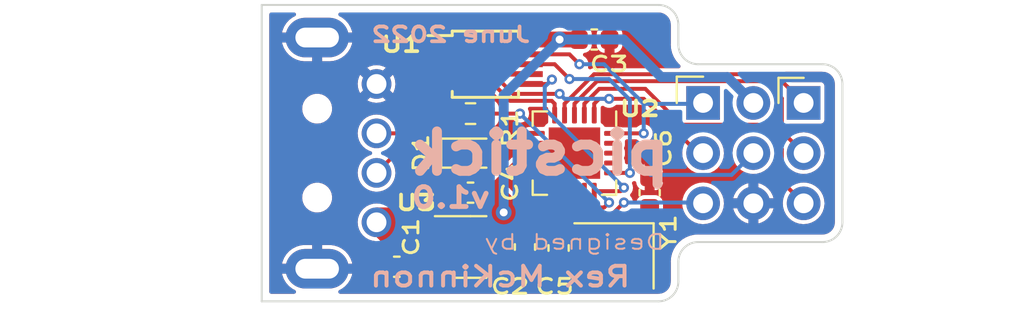
<source format=kicad_pcb>
(kicad_pcb (version 20211014) (generator pcbnew)
  (title_block (title "PICstick Programming Adapter") (date "2022-06-17") (rev "1.0") (comment 1 "USB programmer that supports PICs low-voltage ICSP protocol.") (comment 2 "Designed by Rex McKinnon"))
  (layers (0 "F.Cu" signal) (31 "B.Cu" signal) (34 "B.Paste" user) (35 "F.Paste" user) (36 "B.SilkS" user "B.Silkscreen") (37 "F.SilkS" user "F.Silkscreen") (38 "B.Mask" user) (39 "F.Mask" user) (44 "Edge.Cuts" user))
  (net 0 "")
  (net 1 "+5V")
  (net 2 "GND")
  (net 3 "+3V3")
  (net 4 "Net-(C5-Pad1)")
  (net 5 "/D-")
  (net 6 "/D+")
  (net 7 "Net-(C6-Pad1)")
  (net 8 "Net-(D1-Pad2)")
  (net 9 "~{MCLR}")
  (net 10 "CLK")
  (net 11 "/TNOW")
  (net 12 "DAT")
  (net 13 "/~{RESET}")
  (net 14 "U1RX_U2TX")
  (net 15 "/CTS")
  (net 16 "U1TX_U2RX")
  (net 17 "Net-(R1-Pad1)")
  (net 25 "/RTS")
  (footprint "Crystal:Crystal_SMD_3225-4Pin_3.2x2.5mm" (layer "F.Cu") (at 115 85.2 180)
    (fp_text reference "Y1" (at -2.75 1.2 90) (layer "F.SilkS") (effects (font (size 0.75 1))))
    (fp_text value "TBD")
    (fp_line (start -2 1.65) (end 2 1.65) (layer "F.SilkS") (width 0.12))
    (fp_line (start -2 -1.65) (end -2 1.65) (layer "F.SilkS") (width 0.12))
    (pad "1" smd rect (at -1.1 0.85 180) (size 1.4 1.2) (layers "F.Cu" "F.Paste" "F.Mask") (net 7 "Net-(C6-Pad1)"))
    (pad "2" smd rect (at 1.1 0.85 180) (size 1.4 1.2) (layers "F.Cu" "F.Paste" "F.Mask") (net 2 "GND"))
    (pad "3" smd rect (at 1.1 -0.85 180) (size 1.4 1.2) (layers "F.Cu" "F.Paste" "F.Mask") (net 4 "Net-(C5-Pad1)"))
    (pad "4" smd rect (at -1.1 -0.85 180) (size 1.4 1.2) (layers "F.Cu" "F.Paste" "F.Mask") (net 2 "GND"))
  )
  (footprint "Capacitor_SMD:C_0603_1608Metric" (layer "F.Cu") (at 104.025 85.75 180)
    (fp_text reference "C1" (at -0.725 1.5 90) (layer "F.SilkS") (effects (font (size 0.75 1))))
    (fp_text value "1µF")
    (fp_line (start -0.14058 0.51) (end 0.14058 0.51) (layer "F.SilkS") (width 0.12))
    (fp_line (start -0.14058 -0.51) (end 0.14058 -0.51) (layer "F.SilkS") (width 0.12))
    (pad "1" smd roundrect (at -0.775 0 180) (size 0.9 0.95) (layers "F.Cu" "F.Paste" "F.Mask") (net 1 "+5V"))
    (pad "2" smd roundrect (at 0.775 0 180) (size 0.9 0.95) (layers "F.Cu" "F.Paste" "F.Mask") (net 2 "GND"))
  )
  (footprint "Capacitor_SMD:C_0603_1608Metric" (layer "F.Cu") (at 114 74.25)
    (fp_text reference "C3" (at 0.75 1.25 180) (layer "F.SilkS") (effects (font (size 0.75 1))))
    (fp_text value "0.1µF")
    (fp_line (start -0.14058 -0.51) (end 0.14058 -0.51) (layer "F.SilkS") (width 0.12))
    (fp_line (start -0.14058 0.51) (end 0.14058 0.51) (layer "F.SilkS") (width 0.12))
    (pad "1" smd roundrect (at -0.775 0) (size 0.9 0.95) (layers "F.Cu" "F.Paste" "F.Mask") (net 3 "+3V3"))
    (pad "2" smd roundrect (at 0.775 0) (size 0.9 0.95) (layers "F.Cu" "F.Paste" "F.Mask") (net 2 "GND"))
  )
  (footprint "Resistor_SMD:R_0603_1608Metric" (layer "F.Cu") (at 107.75 78 180)
    (fp_text reference "R1" (at -2 -0.75 90) (layer "F.SilkS") (effects (font (size 0.75 1))))
    (fp_text value "TBD")
    (fp_line (start -0.237258 0.5225) (end 0.237258 0.5225) (layer "F.SilkS") (width 0.12))
    (fp_line (start -0.237258 -0.5225) (end 0.237258 -0.5225) (layer "F.SilkS") (width 0.12))
    (pad "1" smd roundrect (at -0.825 0 180) (size 0.8 0.95) (layers "F.Cu" "F.Paste" "F.Mask") (net 17 "Net-(R1-Pad1)"))
    (pad "2" smd roundrect (at 0.825 0 180) (size 0.8 0.95) (layers "F.Cu" "F.Paste" "F.Mask") (net 8 "Net-(D1-Pad2)"))
  )
  (footprint "Capacitor_SMD:C_0603_1608Metric" (layer "F.Cu") (at 107.75 82 180)
    (fp_text reference "C4" (at -2 0.5 90) (layer "F.SilkS") (effects (font (size 0.75 1))))
    (fp_text value "0.1µF")
    (fp_line (start -0.14058 -0.51) (end 0.14058 -0.51) (layer "F.SilkS") (width 0.12))
    (fp_line (start -0.14058 0.51) (end 0.14058 0.51) (layer "F.SilkS") (width 0.12))
    (pad "1" smd roundrect (at -0.775 0 180) (size 0.9 0.95) (layers "F.Cu" "F.Paste" "F.Mask") (net 3 "+3V3"))
    (pad "2" smd roundrect (at 0.775 0 180) (size 0.9 0.95) (layers "F.Cu" "F.Paste" "F.Mask") (net 2 "GND"))
  )
  (footprint "Package_DFN_QFN:QFN-20-1EP_4x4mm_P0.5mm_EP2.6x2.6mm" (layer "F.Cu") (at 113 80 -90)
    (fp_text reference "U2" (at -2.25 -3.3 180) (layer "F.SilkS") (effects (font (size 0.75 1) (thickness 0.1875))))
    (fp_text value "ATtiny44V-10M")
    (fp_line (start 2.11 -2.11) (end 2.11 -1.385) (layer "F.SilkS") (width 0.12))
    (fp_line (start -1.385 -2.11) (end -2.11 -2.11) (layer "F.SilkS") (width 0.12))
    (fp_line (start 2.11 2.11) (end 2.11 1.385) (layer "F.SilkS") (width 0.12))
    (fp_line (start 1.385 2.11) (end 2.11 2.11) (layer "F.SilkS") (width 0.12))
    (fp_line (start 1.385 -2.11) (end 2.11 -2.11) (layer "F.SilkS") (width 0.12))
    (fp_line (start -2.11 2.11) (end -2.11 1.385) (layer "F.SilkS") (width 0.12))
    (fp_line (start -1.385 2.11) (end -2.11 2.11) (layer "F.SilkS") (width 0.12))
    (pad "1" smd roundrect (at -1.925 -1 270) (size 0.85 0.25) (layers "F.Cu" "F.Paste" "F.Mask") (net 25 "/RTS"))
    (pad "2" smd roundrect (at -1.925 -0.5 270) (size 0.85 0.25) (layers "F.Cu" "F.Paste" "F.Mask") (net 12 "DAT"))
    (pad "3" smd roundrect (at -1.925 0 270) (size 0.85 0.25) (layers "F.Cu" "F.Paste" "F.Mask") (net 10 "CLK"))
    (pad "4" smd roundrect (at -1.925 0.5 270) (size 0.85 0.25) (layers "F.Cu" "F.Paste" "F.Mask") (net 9 "~{MCLR}"))
    (pad "5" smd roundrect (at -1.925 1 270) (size 0.85 0.25) (layers "F.Cu" "F.Paste" "F.Mask") (net 15 "/CTS"))
    (pad "6" smd roundrect (at -1 1.925 270) (size 0.25 0.85) (layers "F.Cu" "F.Paste" "F.Mask"))
    (pad "7" smd roundrect (at -0.5 1.925 270) (size 0.25 0.85) (layers "F.Cu" "F.Paste" "F.Mask"))
    (pad "8" smd roundrect (at 0 1.925 270) (size 0.25 0.85) (layers "F.Cu" "F.Paste" "F.Mask") (net 2 "GND"))
    (pad "9" smd roundrect (at 0.5 1.925 270) (size 0.25 0.85) (layers "F.Cu" "F.Paste" "F.Mask") (net 3 "+3V3"))
    (pad "10" smd roundrect (at 1 1.925 270) (size 0.25 0.85) (layers "F.Cu" "F.Paste" "F.Mask"))
    (pad "11" smd roundrect (at 1.925 1 270) (size 0.85 0.25) (layers "F.Cu" "F.Paste" "F.Mask") (net 4 "Net-(C5-Pad1)"))
    (pad "12" smd roundrect (at 1.925 0.5 270) (size 0.85 0.25) (layers "F.Cu" "F.Paste" "F.Mask") (net 7 "Net-(C6-Pad1)"))
    (pad "13" smd roundrect (at 1.925 0 270) (size 0.85 0.25) (layers "F.Cu" "F.Paste" "F.Mask") (net 13 "/~{RESET}"))
    (pad "14" smd roundrect (at 1.925 -0.5 270) (size 0.85 0.25) (layers "F.Cu" "F.Paste" "F.Mask") (net 17 "Net-(R1-Pad1)"))
    (pad "15" smd roundrect (at 1.925 -1 270) (size 0.85 0.25) (layers "F.Cu" "F.Paste" "F.Mask") (net 11 "/TNOW"))
    (pad "16" smd roundrect (at 1 -1.925 270) (size 0.25 0.85) (layers "F.Cu" "F.Paste" "F.Mask") (net 16 "U1TX_U2RX"))
    (pad "17" smd roundrect (at 0.5 -1.925 270) (size 0.25 0.85) (layers "F.Cu" "F.Paste" "F.Mask"))
    (pad "18" smd roundrect (at 0 -1.925 270) (size 0.25 0.85) (layers "F.Cu" "F.Paste" "F.Mask"))
    (pad "19" smd roundrect (at -0.5 -1.925 270) (size 0.25 0.85) (layers "F.Cu" "F.Paste" "F.Mask"))
    (pad "20" smd roundrect (at -1 -1.925 270) (size 0.25 0.85) (layers "F.Cu" "F.Paste" "F.Mask") (net 14 "U1RX_U2TX"))
    (pad "21" smd rect (at 0 0 270) (size 2.6 2.6) (layers "F.Cu" "F.Mask") (net 2 "GND"))
  )
  (footprint "Package_TO_SOT_SMD:SOT-23-5" (layer "F.Cu") (at 107.75 84.75)
    (fp_text reference "U3" (at -2.75 -2.24) (layer "F.SilkS") (effects (font (size 0.75 1) (thickness 0.1875))))
    (fp_text value "MCP1801T-3302I/OT")
    (fp_line (start 0 1.56) (end 0.8 1.56) (layer "F.SilkS") (width 0.12))
    (fp_line (start 0 1.56) (end -0.8 1.56) (layer "F.SilkS") (width 0.12))
    (fp_line (start 0 -1.56) (end 0.8 -1.56) (layer "F.SilkS") (width 0.12))
    (fp_line (start 0 -1.56) (end -1.8 -1.56) (layer "F.SilkS") (width 0.12))
    (pad "1" smd roundrect (at -1.1375 -0.95) (size 1.325 0.6) (layers "F.Cu" "F.Paste" "F.Mask") (net 1 "+5V"))
    (pad "2" smd roundrect (at -1.1375 0) (size 1.325 0.6) (layers "F.Cu" "F.Paste" "F.Mask") (net 2 "GND"))
    (pad "3" smd roundrect (at -1.1375 0.95) (size 1.325 0.6) (layers "F.Cu" "F.Paste" "F.Mask") (net 1 "+5V"))
    (pad "4" smd roundrect (at 1.1375 0.95) (size 1.325 0.6) (layers "F.Cu" "F.Paste" "F.Mask"))
    (pad "5" smd roundrect (at 1.1375 -0.95) (size 1.325 0.6) (layers "F.Cu" "F.Paste" "F.Mask") (net 3 "+3V3"))
  )
  (footprint "LED_SMD:LED_0603_1608Metric" (layer "F.Cu") (at 107.75 80)
    (fp_text reference "D1" (at -2.5 0 90) (layer "F.SilkS") (effects (font (size 0.75 1))))
    (fp_text value "STATUS")
    (fp_line (start -1.485 -0.735) (end -1.485 0.735) (layer "F.SilkS") (width 0.12))
    (fp_line (start -1.485 0.735) (end 0.8 0.735) (layer "F.SilkS") (width 0.12))
    (fp_line (start 0.8 -0.735) (end -1.485 -0.735) (layer "F.SilkS") (width 0.12))
    (pad "1" smd roundrect (at -0.7875 0) (size 0.875 0.95) (layers "F.Cu" "F.Paste" "F.Mask") (net 2 "GND"))
    (pad "2" smd roundrect (at 0.7875 0) (size 0.875 0.95) (layers "F.Cu" "F.Paste" "F.Mask") (net 8 "Net-(D1-Pad2)"))
  )
  (footprint "UPL:UP2-AH-1-TH" (layer "F.Cu") (at 100 80 -90)
    (fp_text reference "J1" hide)
    (fp_text value "USB_A")
    (pad "" np_thru_hole circle (at 2.25 0 270) (size 1 1) (drill 1) (layers F&B.Cu *.Mask))
    (pad "" np_thru_hole circle (at -2.25 0 270) (size 1 1) (drill 1) (layers F&B.Cu *.Mask))
    (pad "1" thru_hole circle (at 3.5 -3 270) (size 1.5 1.5) (drill 1) (layers *.Cu *.Mask) (net 1 "+5V"))
    (pad "2" thru_hole circle (at 1 -3 270) (size 1.5 1.5) (drill 1) (layers *.Cu *.Mask) (net 5 "/D-"))
    (pad "3" thru_hole circle (at -1 -3 270) (size 1.5 1.5) (drill 1) (layers *.Cu *.Mask) (net 6 "/D+"))
    (pad "4" thru_hole circle (at -3.5 -3 270) (size 1.5 1.5) (drill 1) (layers *.Cu *.Mask) (net 2 "GND"))
    (pad "5" thru_hole oval (at 5.85 0 270) (size 2 3.2) (drill oval 1 2.2) (layers *.Cu *.Mask) (net 2 "GND"))
    (pad "5" thru_hole oval (at -5.85 0 270) (size 2 3.2) (drill oval 1 2.2) (layers *.Cu *.Mask) (net 2 "GND"))
  )
  (footprint "Capacitor_SMD:C_0603_1608Metric" (layer "F.Cu") (at 116.8 82 90)
    (fp_text reference "C6" (at 2.25 0.7 90) (layer "F.SilkS") (effects (font (size 0.75 1))))
    (fp_text value "TBD")
    (fp_line (start -0.14058 0.51) (end 0.14058 0.51) (layer "F.SilkS") (width 0.12))
    (fp_line (start -0.14058 -0.51) (end 0.14058 -0.51) (layer "F.SilkS") (width 0.12))
    (pad "1" smd roundrect (at -0.775 0 90) (size 0.9 0.95) (layers "F.Cu" "F.Paste" "F.Mask") (net 7 "Net-(C6-Pad1)"))
    (pad "2" smd roundrect (at 0.775 0 90) (size 0.9 0.95) (layers "F.Cu" "F.Paste" "F.Mask") (net 2 "GND"))
  )
  (footprint "Capacitor_SMD:C_0603_1608Metric" (layer "F.Cu") (at 110.5 84.75 -90)
    (fp_text reference "C2" (at 2 0.75 180) (layer "F.SilkS") (effects (font (size 0.75 1))))
    (fp_text value "1µF")
    (fp_line (start -0.14058 -0.51) (end 0.14058 -0.51) (layer "F.SilkS") (width 0.12))
    (fp_line (start -0.14058 0.51) (end 0.14058 0.51) (layer "F.SilkS") (width 0.12))
    (pad "1" smd roundrect (at -0.775 0 270) (size 0.9 0.95) (layers "F.Cu" "F.Paste" "F.Mask") (net 3 "+3V3"))
    (pad "2" smd roundrect (at 0.775 0 270) (size 0.9 0.95) (layers "F.Cu" "F.Paste" "F.Mask") (net 2 "GND"))
  )
  (footprint "Capacitor_SMD:C_0603_1608Metric" (layer "F.Cu") (at 112.2 84.8 90)
    (fp_text reference "C5" (at -1.95 -0.2) (layer "F.SilkS") (effects (font (size 0.75 1))))
    (fp_text value "TBD")
    (fp_line (start -0.14058 0.51) (end 0.14058 0.51) (layer "F.SilkS") (width 0.12))
    (fp_line (start -0.14058 -0.51) (end 0.14058 -0.51) (layer "F.SilkS") (width 0.12))
    (pad "1" smd roundrect (at -0.775 0 90) (size 0.9 0.95) (layers "F.Cu" "F.Paste" "F.Mask") (net 4 "Net-(C5-Pad1)"))
    (pad "2" smd roundrect (at 0.775 0 90) (size 0.9 0.95) (layers "F.Cu" "F.Paste" "F.Mask") (net 2 "GND"))
  )
  (footprint "rexploits-kicad:PinHeader_2x03_P2.54mm_Vertical" (layer "F.Cu") (at 119.5 77.46)
    (fp_text reference "J2" hide)
    (fp_text value "AVR-ISP-6")
    (fp_line (start -1.33 0) (end -1.33 -1.33) (layer "F.SilkS") (width 0.12))
    (fp_line (start -1.33 -1.33) (end 0 -1.33) (layer "F.SilkS") (width 0.12))
    (pad "1" thru_hole rect (at 0 0) (size 1.7 1.7) (drill 1) (layers *.Cu *.Mask) (net 14 "U1RX_U2TX"))
    (pad "2" thru_hole oval (at 2.54 0) (size 1.7 1.7) (drill 1) (layers *.Cu *.Mask) (net 3 "+3V3"))
    (pad "3" thru_hole oval (at 0 2.54) (size 1.7 1.7) (drill 1) (layers *.Cu *.Mask) (net 25 "/RTS"))
    (pad "4" thru_hole oval (at 2.54 2.54) (size 1.7 1.7) (drill 1) (layers *.Cu *.Mask) (net 16 "U1TX_U2RX"))
    (pad "5" thru_hole oval (at 0 5.08) (size 1.7 1.7) (drill 1) (layers *.Cu *.Mask) (net 13 "/~{RESET}"))
    (pad "6" thru_hole oval (at 2.54 5.08) (size 1.7 1.7) (drill 1) (layers *.Cu *.Mask) (net 2 "GND"))
  )
  (footprint "Package_SO:MSOP-10_3x3mm_P0.5mm" (layer "F.Cu") (at 108.5 75.5)
    (fp_text reference "U1" (at -4.25 -1) (layer "F.SilkS") (effects (font (size 0.75 1) (thickness 0.1875))))
    (fp_text value "CH340E")
    (fp_line (start 1.675 -1.675) (end 1.675 -1.375) (layer "F.SilkS") (width 0.15))
    (fp_line (start -1.675 -1.675) (end 1.675 -1.675) (layer "F.SilkS") (width 0.15))
    (fp_line (start -1.675 -1.675) (end -1.675 -1.45) (layer "F.SilkS") (width 0.15))
    (fp_line (start -1.675 1.675) (end 1.675 1.675) (layer "F.SilkS") (width 0.15))
    (fp_line (start -1.675 -1.45) (end -2.9 -1.45) (layer "F.SilkS") (width 0.15))
    (fp_line (start -1.675 1.675) (end -1.675 1.375) (layer "F.SilkS") (width 0.15))
    (fp_line (start 1.675 1.675) (end 1.675 1.375) (layer "F.SilkS") (width 0.15))
    (pad "1" smd rect (at -2.2 -1) (size 1.4 0.3) (layers "F.Cu" "F.Paste" "F.Mask") (net 6 "/D+"))
    (pad "2" smd rect (at -2.2 -0.5) (size 1.4 0.3) (layers "F.Cu" "F.Paste" "F.Mask") (net 5 "/D-"))
    (pad "3" smd rect (at -2.2 0) (size 1.4 0.3) (layers "F.Cu" "F.Paste" "F.Mask") (net 2 "GND"))
    (pad "4" smd rect (at -2.2 0.5) (size 1.4 0.3) (layers "F.Cu" "F.Paste" "F.Mask") (net 25 "/RTS"))
    (pad "5" smd rect (at -2.2 1) (size 1.4 0.3) (layers "F.Cu" "F.Paste" "F.Mask") (net 15 "/CTS"))
    (pad "6" smd rect (at 2.2 1) (size 1.4 0.3) (layers "F.Cu" "F.Paste" "F.Mask") (net 11 "/TNOW"))
    (pad "7" smd rect (at 2.2 0.5) (size 1.4 0.3) (layers "F.Cu" "F.Paste" "F.Mask") (net 3 "+3V3"))
    (pad "8" smd rect (at 2.2 0) (size 1.4 0.3) (layers "F.Cu" "F.Paste" "F.Mask") (net 16 "U1TX_U2RX"))
    (pad "9" smd rect (at 2.2 -0.5) (size 1.4 0.3) (layers "F.Cu" "F.Paste" "F.Mask") (net 14 "U1RX_U2TX"))
    (pad "10" smd rect (at 2.2 -1) (size 1.4 0.3) (layers "F.Cu" "F.Paste" "F.Mask") (net 3 "+3V3"))
  )
  (footprint "rexploits-kicad:PinHeader_1x03_P2.54mm_Horizontal" (layer "F.Cu") (at 124.58 77.46)
    (fp_text reference "J3" hide)
    (fp_text value "Conn_01x03_Male")
    (fp_line (start -1.27 0) (end -1.27 -1.27) (layer "F.SilkS") (width 0.12))
    (fp_line (start -1.27 -1.27) (end 0 -1.27) (layer "F.SilkS") (width 0.12))
    (pad "1" thru_hole rect (at 0 0) (size 1.7 1.7) (drill 1) (layers *.Cu *.Mask) (net 9 "~{MCLR}"))
    (pad "2" thru_hole oval (at 0 2.54) (size 1.7 1.7) (drill 1) (layers *.Cu *.Mask) (net 10 "CLK"))
    (pad "3" thru_hole oval (at 0 5.08) (size 1.7 1.7) (drill 1) (layers *.Cu *.Mask) (net 12 "DAT"))
  )
  (gr_poly (pts (xy 110.975 83.325) (xy 110.975 84.425) (xy 108.075 84.425) (xy 108.075 84.175) (xy 108.075 82.35) (xy 108.075 81.525) (xy 109.175 81.525)) (layer "F.Cu") (width 0) (fill solid))
  (gr_poly (pts (xy 105.8 83.5) (xy 107.275 83.5) (xy 107.275 84.1) (xy 105.775 84.1) (xy 105.775 85.325) (xy 107.275 85.325) (xy 107.275 86.225) (xy 104.35 86.225) (xy 104.35 86.025) (xy 104.35 85.6) (xy 103 84.25) (xy 103 82.75) (xy 105.8 82.75)) (layer "F.Cu") (width 0) (fill solid))
  (gr_poly (pts (xy 112.85 74.65) (xy 110 74.65) (xy 110 73.85) (xy 112.85 73.85)) (layer "F.Cu") (width 0) (fill solid))
  (gr_line (start 125.54 75.5) (end 119.25 75.5) (layer "Edge.Cuts") (width 0.1))
  (gr_line (start 118.25 74.5) (end 118.25 73.5) (layer "Edge.Cuts") (width 0.1))
  (gr_arc (start 117.25 72.5) (mid 117.957107 72.792893) (end 118.25 73.5) (layer "Edge.Cuts") (width 0.1))
  (gr_arc (start 126.54 83.5) (mid 126.247107 84.207107) (end 125.54 84.5) (layer "Edge.Cuts") (width 0.1))
  (gr_line (start 97.2 87.5) (end 117.25 87.5) (layer "Edge.Cuts") (width 0.1))
  (gr_arc (start 118.25 86.5) (mid 117.957107 87.207107) (end 117.25 87.5) (layer "Edge.Cuts") (width 0.1))
  (gr_arc (start 119.25 75.5) (mid 118.542893 75.207107) (end 118.25 74.5) (layer "Edge.Cuts") (width 0.1))
  (gr_line (start 126.54 83.5) (end 126.54 76.5) (layer "Edge.Cuts") (width 0.1))
  (gr_arc (start 125.54 75.5) (mid 126.247107 75.792893) (end 126.54 76.5) (layer "Edge.Cuts") (width 0.1))
  (gr_arc (start 118.25 85.5) (mid 118.542893 84.792893) (end 119.25 84.5) (layer "Edge.Cuts") (width 0.1))
  (gr_line (start 118.25 86.5) (end 118.25 85.5) (layer "Edge.Cuts") (width 0.1))
  (gr_line (start 97.2 72.5) (end 117.25 72.5) (layer "Edge.Cuts") (width 0.1))
  (gr_line (start 119.25 84.5) (end 125.54 84.5) (layer "Edge.Cuts") (width 0.1))
  (gr_line (start 97.2 72.5) (end 97.2 87.5) (layer "Edge.Cuts") (width 0.1))
  (gr_text "picstick" (at 111.25 80) (layer "B.SilkS") (effects (font (size 2 2.25) (thickness 0.5)) (justify mirror)))
  (gr_text "v1.0" (at 106.75 82.25) (layer "B.SilkS") (effects (font (size 1 1.25) (thickness 0.25)) (justify mirror)))
  (gr_text "Rex McKinnon" (at 109.25 86.25) (layer "B.SilkS") (effects (font (size 1 1.25) (thickness 0.2)) (justify mirror)))
  (gr_text "June 2022" (at 106.75 74) (layer "B.SilkS") (effects (font (size 0.75 1) (thickness 0.1875)) (justify mirror)))
  (gr_text "Designed by" (at 113 84.5) (layer "B.SilkS") (effects (font (size 0.75 1) (thickness 0.1)) (justify mirror)))
  (segment (start 104.8 85.3) (end 104.8 85.75) (width 0.75) (layer "F.Cu") (net 1))
  (segment (start 111.075 80.5) (end 110.025 80.5) (width 0.25) (layer "F.Cu") (net 3))
  (segment (start 110.7 76) (end 109.700978 76) (width 0.25) (layer "F.Cu") (net 3))
  (segment (start 108.95 83.8) (end 109.75 83) (width 0.75) (layer "F.Cu") (net 3))
  (segment (start 108.8875 82.3625) (end 108.525 82) (width 0.75) (layer "F.Cu") (net 3))
  (segment (start 109.700978 76) (end 109.675489 75.974511) (width 0.25) (layer "F.Cu") (net 3))
  (segment (start 110.5 83.975) (end 110.325 83.8) (width 0.75) (layer "F.Cu") (net 3))
  (segment (start 108.8875 83.8) (end 108.95 83.8) (width 0.75) (layer "F.Cu") (net 3))
  (segment (start 110.7 74.5) (end 112.25 74.5) (width 0.25) (layer "F.Cu") (net 3))
  (segment (start 108.8875 83.8) (end 108.8875 82.3625) (width 0.75) (layer "F.Cu") (net 3))
  (segment (start 110.325 83.8) (end 108.8875 83.8) (width 0.75) (layer "F.Cu") (net 3))
  (segment (start 113.225 74.25) (end 112.25 74.25) (width 0.75) (layer "F.Cu") (net 3))
  (segment (start 109.700978 74.5) (end 110.7 74.5) (width 0.25) (layer "F.Cu") (net 3))
  (segment (start 109.675489 74.525489) (end 109.700978 74.5) (width 0.25) (layer "F.Cu") (net 3))
  (segment (start 109.675489 75.974511) (end 109.675489 74.525489) (width 0.25) (layer "F.Cu") (net 3))
  (segment (start 110.025 80.5) (end 108.525 82) (width 0.25) (layer "F.Cu") (net 3))
  (via (at 109.425489 83) (size 0.8) (drill 0.4) (layers "F.Cu" "B.Cu") (net 3))
  (via (at 112.25 74.25) (size 0.8) (drill 0.4) (layers "F.Cu" "B.Cu") (net 3))
  (segment (start 120.73 76.15) (end 122.04 77.46) (width 0.5) (layer "B.Cu") (net 3))
  (segment (start 109.425489 77.074511) (end 112.25 74.25) (width 0.5) (layer "B.Cu") (net 3))
  (segment (start 115.48052 74.25) (end 117.38052 76.15) (width 0.5) (layer "B.Cu") (net 3))
  (segment (start 112.25 74.25) (end 115.48052 74.25) (width 0.5) (layer "B.Cu") (net 3))
  (segment (start 117.38052 76.15) (end 120.73 76.15) (width 0.5) (layer "B.Cu") (net 3))
  (segment (start 109.425489 83) (end 109.425489 77.074511) (width 0.5) (layer "B.Cu") (net 3))
  (segment (start 112.925 85.575) (end 113.425 85.575) (width 0.2) (layer "F.Cu") (net 4))
  (segment (start 112 82.5) (end 112.00231 82.5) (width 0.2) (layer "F.Cu") (net 4))
  (segment (start 112.948089 85.551911) (end 112.925 85.575) (width 0.2) (layer "F.Cu") (net 4))
  (segment (start 112.2 85.575) (end 112.925 85.575) (width 0.2) (layer "F.Cu") (net 4))
  (segment (start 112.00231 82.5) (end 112.948089 83.445779) (width 0.2) (layer "F.Cu") (net 4))
  (segment (start 112.948089 83.445779) (end 112.948089 85.551911) (width 0.2) (layer "F.Cu") (net 4))
  (segment (start 113.425 85.575) (end 113.9 86.05) (width 0.2) (layer "F.Cu") (net 4))
  (segment (start 112 81.925) (end 112 82.5) (width 0.2) (layer "F.Cu") (net 4))
  (segment (start 103 81) (end 105 79) (width 0.2) (layer "F.Cu") (net 5))
  (segment (start 105.350978 75) (end 105 75.350978) (width 0.2) (layer "F.Cu") (net 5))
  (segment (start 105 79) (end 105 75.350978) (width 0.2) (layer "F.Cu") (net 5))
  (segment (start 106.3 75) (end 105.350978 75) (width 0.2) (layer "F.Cu") (net 5))
  (segment (start 104.60048 75.185492) (end 104.60048 78.39952) (width 0.2) (layer "F.Cu") (net 6))
  (segment (start 104 79) (end 104.60048 78.39952) (width 0.2) (layer "F.Cu") (net 6))
  (segment (start 105.285972 74.5) (end 104.60048 75.185492) (width 0.2) (layer "F.Cu") (net 6))
  (segment (start 106.3 74.5) (end 105.285972 74.5) (width 0.2) (layer "F.Cu") (net 6))
  (segment (start 103 79) (end 104 79) (width 0.2) (layer "F.Cu") (net 6))
  (segment (start 116.590798 83.498089) (end 116.6 83.507291) (width 0.2) (layer "F.Cu") (net 7))
  (segment (start 116.6 83.4) (end 116.6 83.507291) (width 0.2) (layer "F.Cu") (net 7))
  (segment (start 116.6 83.85) (end 116.1 84.35) (width 0.2) (layer "F.Cu") (net 7))
  (segment (start 112.5 82.5) (end 113.498089 83.498089) (width 0.2) (layer "F.Cu") (net 7))
  (segment (start 116.8 82.775) (end 116.6 82.975) (width 0.2) (layer "F.Cu") (net 7))
  (segment (start 112.5 81.925) (end 112.5 82.5) (width 0.2) (layer "F.Cu") (net 7))
  (segment (start 116.6 82.975) (end 116.6 83.4) (width 0.2) (layer "F.Cu") (net 7))
  (segment (start 113.498089 83.498089) (end 116.590798 83.498089) (width 0.2) (layer "F.Cu") (net 7))
  (segment (start 116.6 83.507291) (end 116.6 83.85) (width 0.2) (layer "F.Cu") (net 7))
  (segment (start 106.925 78) (end 108.5375 79.6125) (width 0.25) (layer "F.Cu") (net 8))
  (segment (start 108.5375 79.6125) (end 108.5375 80) (width 0.25) (layer "F.Cu") (net 8))
  (segment (start 112.5 77.5) (end 113.993831 76.006169) (width 0.2) (layer "F.Cu") (net 9))
  (segment (start 123.126169 76.006169) (end 124.58 77.46) (width 0.2) (layer "F.Cu") (net 9))
  (segment (start 113.993831 76.006169) (end 123.126169 76.006169) (width 0.2) (layer "F.Cu") (net 9))
  (segment (start 112.5 78.075) (end 112.5 77.5) (width 0.2) (layer "F.Cu") (net 9))
  (segment (start 123.478089 77.228089) (end 123.478089 78.898089) (width 0.2) (layer "F.Cu") (net 10))
  (segment (start 122.608089 76.358089) (end 123.478089 77.228089) (width 0.2) (layer "F.Cu") (net 10))
  (segment (start 113 78.075) (end 113 77.5) (width 0.2) (layer "F.Cu") (net 10))
  (segment (start 123.478089 78.898089) (end 124.58 80) (width 0.2) (layer "F.Cu") (net 10))
  (segment (start 114.141911 76.358089) (end 122.608089 76.358089) (width 0.2) (layer "F.Cu") (net 10))
  (segment (start 113 77.5) (end 114.141911 76.358089) (width 0.2) (layer "F.Cu") (net 10))
  (segment (start 115.325 81.925) (end 115.5 81.75) (width 0.2) (layer "F.Cu") (net 11))
  (segment (start 114 81.925) (end 115.325 81.925) (width 0.2) (layer "F.Cu") (net 11))
  (segment (start 111.861803 76.276393) (end 111.638196 76.5) (width 0.2) (layer "F.Cu") (net 11))
  (segment (start 111.638196 76.5) (end 110.7 76.5) (width 0.2) (layer "F.Cu") (net 11))
  (via (at 115.5 81.75) (size 0.508) (drill 0.254) (layers "F.Cu" "B.Cu") (net 11))
  (via (at 111.861803 76.276393) (size 0.508) (drill 0.254) (layers "F.Cu" "B.Cu") (net 11))
  (segment (start 111.5 77.75) (end 111.5 76.638196) (width 0.2) (layer "B.Cu") (net 11))
  (segment (start 111.5 76.638196) (end 111.861803 76.276393) (width 0.2) (layer "B.Cu") (net 11))
  (segment (start 115.5 81.75) (end 111.5 77.75) (width 0.2) (layer "B.Cu") (net 11))
  (segment (start 123.478089 79.79) (end 123.478089 81.438089) (width 0.2) (layer "F.Cu") (net 12))
  (segment (start 114.255911 76.744089) (end 116.580267 76.744089) (width 0.2) (layer "F.Cu") (net 12))
  (segment (start 113.5 78.075) (end 113.5 77.5) (width 0.2) (layer "F.Cu") (net 12))
  (segment (start 113.5 77.5) (end 114.255911 76.744089) (width 0.2) (layer "F.Cu") (net 12))
  (segment (start 123.478089 81.438089) (end 124.58 82.54) (width 0.2) (layer "F.Cu") (net 12))
  (segment (start 118.398089 78.561911) (end 122.25 78.561911) (width 0.2) (layer "F.Cu") (net 12))
  (segment (start 116.580267 76.744089) (end 118.398089 78.561911) (width 0.2) (layer "F.Cu") (net 12))
  (segment (start 122.25 78.561911) (end 123.478089 79.79) (width 0.2) (layer "F.Cu") (net 12))
  (segment (start 113 82.49769) (end 113.60423 83.10192) (width 0.2) (layer "F.Cu") (net 13))
  (segment (start 113.60423 83.10192) (end 114.89808 83.10192) (width 0.2) (layer "F.Cu") (net 13))
  (segment (start 113 81.925) (end 113 82.49769) (width 0.2) (layer "F.Cu") (net 13))
  (segment (start 114.89808 83.10192) (end 115.5 82.5) (width 0.2) (layer "F.Cu") (net 13))
  (via (at 115.5 82.5) (size 0.508) (drill 0.254) (layers "F.Cu" "B.Cu") (net 13))
  (segment (start 119.46 82.5) (end 119.5 82.54) (width 0.2) (layer "B.Cu") (net 13))
  (segment (start 115.5 82.5) (end 119.46 82.5) (width 0.2) (layer "B.Cu") (net 13))
  (segment (start 110.7 75) (end 112.75 75) (width 0.2) (layer "F.Cu") (net 14))
  (segment (start 116.5 79) (end 114.925 79) (width 0.2) (layer "F.Cu") (net 14))
  (segment (start 112.75 75) (end 113.25 75.5) (width 0.2) (layer "F.Cu") (net 14))
  (via (at 113.25 75.5) (size 0.508) (drill 0.254) (layers "F.Cu" "B.Cu") (net 14))
  (via (at 116.5 79) (size 0.508) (drill 0.254) (layers "F.Cu" "B.Cu") (net 14))
  (segment (start 113.25 75.5) (end 114.494295 75.5) (width 0.2) (layer "B.Cu") (net 14))
  (segment (start 116.5 77.505704) (end 119.454296 77.505704) (width 0.2) (layer "B.Cu") (net 14))
  (segment (start 119.454296 77.505704) (end 119.5 77.46) (width 0.2) (layer "B.Cu") (net 14))
  (segment (start 116.149519 77.155223) (end 116.5 77.505704) (width 0.2) (layer "B.Cu") (net 14))
  (segment (start 116.454296 77.46) (end 116.149519 77.155223) (width 0.2) (layer "B.Cu") (net 14))
  (segment (start 114.494295 75.5) (end 116.149519 77.155223) (width 0.2) (layer "B.Cu") (net 14))
  (segment (start 116.5 77.505704) (end 116.5 79) (width 0.2) (layer "B.Cu") (net 14))
  (segment (start 109.75423 77.35192) (end 108.90231 76.5) (width 0.2) (layer "F.Cu") (net 15))
  (segment (start 111.85192 77.35192) (end 109.75423 77.35192) (width 0.2) (layer "F.Cu") (net 15))
  (segment (start 112 78.075) (end 112 77.5) (width 0.2) (layer "F.Cu") (net 15))
  (segment (start 108.90231 76.5) (end 106.3 76.5) (width 0.2) (layer "F.Cu") (net 15))
  (segment (start 112 77.5) (end 111.85192 77.35192) (width 0.2) (layer "F.Cu") (net 15))
  (segment (start 112.75 76.25) (end 112 75.5) (width 0.2) (layer "F.Cu") (net 16))
  (segment (start 115.8 81) (end 114.925 81) (width 0.2) (layer "F.Cu") (net 16))
  (segment (start 112 75.5) (end 110.7 75.5) (width 0.2) (layer "F.Cu") (net 16))
  (via (at 115.8 81) (size 0.508) (drill 0.254) (layers "F.Cu" "B.Cu") (net 16))
  (via (at 112.75 76.25) (size 0.508) (drill 0.254) (layers "F.Cu" "B.Cu") (net 16))
  (segment (start 122.04 80) (end 120.938089 81.101911) (width 0.2) (layer "B.Cu") (net 16))
  (segment (start 112.75 76.25) (end 114.746605 76.25) (width 0.2) (layer "B.Cu") (net 16))
  (segment (start 114.746605 76.25) (end 115.8 77.303394) (width 0.2) (layer "B.Cu") (net 16))
  (segment (start 115.8 77.303394) (end 115.8 80.05) (width 0.2) (layer "B.Cu") (net 16))
  (segment (start 115.8 81) (end 115.8 80.05) (width 0.2) (layer "B.Cu") (net 16))
  (segment (start 116.851911 81.101911) (end 115.8 80.05) (width 0.2) (layer "B.Cu") (net 16))
  (segment (start 120.938089 81.101911) (end 116.851911 81.101911) (width 0.2) (layer "B.Cu") (net 16))
  (segment (start 114.5 82.75) (end 114.75 82.5) (width 0.2) (layer "F.Cu") (net 17))
  (segment (start 113.5 82.5) (end 113.75 82.75) (width 0.2) (layer "F.Cu") (net 17))
  (segment (start 113.75 82.75) (end 114.5 82.75) (width 0.2) (layer "F.Cu") (net 17))
  (segment (start 110.25 78) (end 108.575 78) (width 0.2) (layer "F.Cu") (net 17))
  (segment (start 113.5 81.925) (end 113.5 82.5) (width 0.2) (layer "F.Cu") (net 17))
  (via (at 110.25 78) (size 0.508) (drill 0.254) (layers "F.Cu" "B.Cu") (net 17))
  (via (at 114.75 82.5) (size 0.508) (drill 0.254) (layers "F.Cu" "B.Cu") (net 17))
  (segment (start 114.75 82.5) (end 110.25 78) (width 0.2) (layer "B.Cu") (net 17))
  (segment (start 116.5 77.25) (end 119.25 80) (width 0.2) (layer "F.Cu") (net 25))
  (segment (start 114 78.075) (end 114 77.5) (width 0.2) (layer "F.Cu") (net 25))
  (segment (start 114 77.5) (end 114.25 77.25) (width 0.2) (layer "F.Cu") (net 25))
  (segment (start 119.25 80) (end 119.5 80) (width 0.2) (layer "F.Cu") (net 25))
  (segment (start 108.9 76) (end 106.3 76) (width 0.2) (layer "F.Cu") (net 25))
  (segment (start 109.9 77) (end 108.9 76) (width 0.2) (layer "F.Cu") (net 25))
  (segment (start 114.75 77.25) (end 116.5 77.25) (width 0.2) (layer "F.Cu") (net 25))
  (segment (start 114.25 77.25) (end 114.75 77.25) (width 0.2) (layer "F.Cu") (net 25))
  (segment (start 112.25 77) (end 109.9 77) (width 0.2) (layer "F.Cu") (net 25))
  (via (at 114.75 77.25) (size 0.508) (drill 0.254) (layers "F.Cu" "B.Cu") (net 25))
  (via (at 112.25 77) (size 0.508) (drill 0.254) (layers "F.Cu" "B.Cu") (net 25))
  (segment (start 112.25 77) (end 112.5 77.25) (width 0.2) (layer "B.Cu") (net 25))
  (segment (start 112.5 77.25) (end 114.75 77.25) (width 0.2) (layer "B.Cu") (net 25))
  (zone (net 2) (net_name "GND") (layers F&B.Cu) (connect_pads (clearance 0.2)) (min_thickness 0.2) (fill yes (thermal_gap 0.2) (thermal_bridge_width 0.5))
    (polygon (pts (xy 127.5 87.75) (xy 97 87.75) (xy 97 72.25) (xy 127.5 72.25)))
  )
)
</source>
